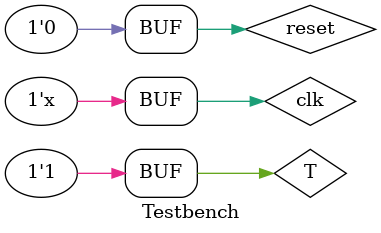
<source format=v>
`timescale 1ns / 1ps


module Testbench;

	// Inputs
	reg T;
	reg clk;
	reg reset;

	// Outputs
	wire Qn;
	wire QnBar;

	// Instantiate the Unit Under Test (UUT)
	T_Flip_Flop uut (
		.T(T), 
		.clk(clk), 
		.reset(reset), 
		.Qn(Qn), 
		.QnBar(QnBar)
	);

	initial begin
		// Initialize Inputs
		T = 0;
		clk = 0;
		reset = 0;

		// Wait 100 ns for global reset to finish
		#100;
		reset = 1;
		
		#100;
		reset = 0;
		T = 1;
		
		#400
		T = 0;
		 
		#100
		T = 1;	
		  
	end
	always #50 clk = ~clk;
      
endmodule


</source>
